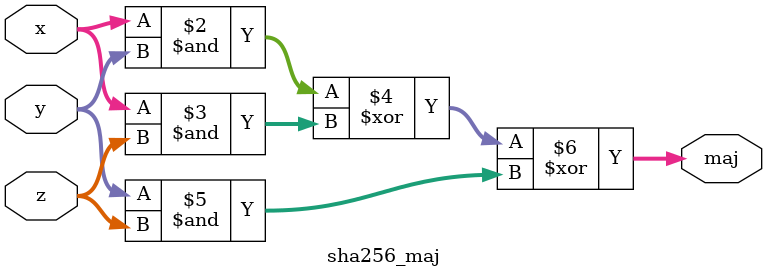
<source format=sv>
module sha256_maj (
    input   logic   [31:0]  x,
    input   logic   [31:0]  y,
    input   logic   [31:0]  z,
    output  logic   [31:0]  maj
);
    always_comb begin : MAJ
        maj = (x & y) ^ (x & z) ^ (y & z);
    end
endmodule

</source>
